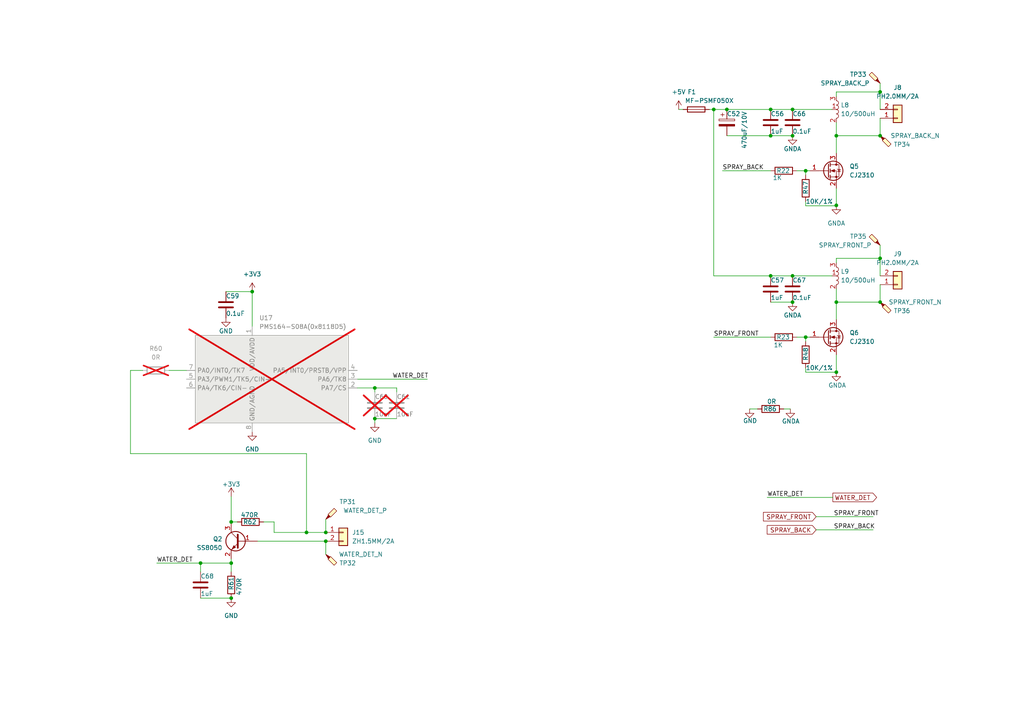
<source format=kicad_sch>
(kicad_sch (version 20231120) (generator "eeschema") (generator_version "8.0")
  (paper "A4")
  (lib_symbols
    (symbol "Connector:TestPoint_Probe" (pin_numbers hide) (pin_names (offset 0.762) hide)
      (property "Reference" "TP" (at 1.651 5.842 0))
      (property "Value" "TestPoint_Probe" (at 1.651 4.064 0))
      (symbol "TestPoint_Probe_0_1"
        (polyline (pts (xy 1.27 0.762) (xy 0 0) (xy 0.762 1.27) (xy 1.27 0.762)) (fill (type outline)))
        (polyline (pts (xy 1.397 0.635) (xy 0.635 1.397) (xy 2.413 3.175) (xy 3.175 2.413) (xy 1.397 0.635)) (fill (type background)))
      )
      (symbol "TestPoint_Probe_1_1"
        (pin passive line (at 0 0 90) (length 0) (name "1") (number "1"))
      )
    )
    (symbol "Connector_Generic:Conn_01x02" (pin_names (offset 1.016) hide)
      (property "Reference" "J" (at 0 2.54 0))
      (property "Value" "Conn_01x02" (at 0 -5.08 0))
      (symbol "Conn_01x02_1_1"
        (rectangle (start -1.27 -2.413) (end 0 -2.667) (stroke (width 0.1524)))
        (rectangle (start -1.27 0.127) (end 0 -0.127) (stroke (width 0.1524)))
        (rectangle (start -1.27 1.27) (end 1.27 -3.81) (stroke (width 0.254)) (fill (type background)))
        (pin passive line (at -5.08 0 0) (length 3.81) (name "Pin_1") (number "1"))
        (pin passive line (at -5.08 -2.54 0) (length 3.81) (name "Pin_2") (number "2"))
      )
    )
    (symbol "Device:C" (pin_numbers hide) (pin_names (offset 0.254))
      (property "Reference" "C" (at 0.635 2.54 0))
      (property "Value" "C" (at 0.635 -2.54 0))
      (symbol "C_0_1"
        (polyline (pts (xy -2.032 -0.762) (xy 2.032 -0.762)) (stroke (width 0.508)))
        (polyline (pts (xy -2.032 0.762) (xy 2.032 0.762)) (stroke (width 0.508)))
      )
      (symbol "C_1_1"
        (pin passive line (at 0 3.81 270) (length 2.794) (name "~") (number "1"))
        (pin passive line (at 0 -3.81 90) (length 2.794) (name "~") (number "2"))
      )
    )
    (symbol "Device:C_Polarized" (pin_numbers hide) (pin_names (offset 0.254))
      (property "Reference" "C" (at 0.635 2.54 0))
      (property "Value" "C_Polarized" (at 0.635 -2.54 0))
      (symbol "C_Polarized_0_1"
        (rectangle (start -2.286 0.508) (end 2.286 1.016))
        (polyline (pts (xy -1.778 2.286) (xy -0.762 2.286)))
        (polyline (pts (xy -1.27 2.794) (xy -1.27 1.778)))
        (rectangle (start 2.286 -0.508) (end -2.286 -1.016) (fill (type outline)))
      )
      (symbol "C_Polarized_1_1"
        (pin passive line (at 0 3.81 270) (length 2.794) (name "~") (number "1"))
        (pin passive line (at 0 -3.81 90) (length 2.794) (name "~") (number "2"))
      )
    )
    (symbol "Device:Fuse" (pin_numbers hide) (pin_names (offset 0))
      (property "Reference" "F" (at 2.032 0 90))
      (property "Value" "Fuse" (at -1.905 0 90))
      (symbol "Fuse_0_1"
        (rectangle (start -0.762 -2.54) (end 0.762 2.54) (stroke (width 0.254)))
        (polyline (pts (xy 0 2.54) (xy 0 -2.54)))
      )
      (symbol "Fuse_1_1"
        (pin passive line (at 0 3.81 270) (length 1.27) (name "~") (number "1"))
        (pin passive line (at 0 -3.81 90) (length 1.27) (name "~") (number "2"))
      )
    )
    (symbol "Device:Q_NMOS_GSD" (pin_names (offset 0) hide)
      (property "Reference" "Q" (at 5.08 1.27 0))
      (property "Value" "Q_NMOS_GSD" (at 5.08 -1.27 0))
      (symbol "Q_NMOS_GSD_0_1"
        (polyline (pts (xy 0.254 0) (xy -2.54 0)))
        (polyline (pts (xy 0.254 1.905) (xy 0.254 -1.905)) (stroke (width 0.254)))
        (polyline (pts (xy 0.762 -1.27) (xy 0.762 -2.286)) (stroke (width 0.254)))
        (polyline (pts (xy 0.762 0.508) (xy 0.762 -0.508)) (stroke (width 0.254)))
        (polyline (pts (xy 0.762 2.286) (xy 0.762 1.27)) (stroke (width 0.254)))
        (polyline (pts (xy 2.54 2.54) (xy 2.54 1.778)))
        (polyline (pts (xy 2.54 -2.54) (xy 2.54 0) (xy 0.762 0)))
        (polyline (pts (xy 0.762 -1.778) (xy 3.302 -1.778) (xy 3.302 1.778) (xy 0.762 1.778)))
        (polyline (pts (xy 1.016 0) (xy 2.032 0.381) (xy 2.032 -0.381) (xy 1.016 0)) (fill (type outline)))
        (polyline (pts (xy 2.794 0.508) (xy 2.921 0.381) (xy 3.683 0.381) (xy 3.81 0.254)))
        (polyline (pts (xy 3.302 0.381) (xy 2.921 -0.254) (xy 3.683 -0.254) (xy 3.302 0.381)))
        (circle (center 1.651 0) (radius 2.794) (stroke (width 0.254)))
        (circle (center 2.54 -1.778) (radius 0.254) (fill (type outline)))
        (circle (center 2.54 1.778) (radius 0.254) (fill (type outline)))
      )
      (symbol "Q_NMOS_GSD_1_1"
        (pin input line (at -5.08 0 0) (length 2.54) (name "G") (number "1"))
        (pin passive line (at 2.54 -5.08 90) (length 2.54) (name "S") (number "2"))
        (pin passive line (at 2.54 5.08 270) (length 2.54) (name "D") (number "3"))
      )
    )
    (symbol "Device:Q_NPN_BEC" (pin_names (offset 0) hide)
      (property "Reference" "Q" (at 5.08 1.27 0))
      (property "Value" "Q_NPN_BEC" (at 5.08 -1.27 0))
      (symbol "Q_NPN_BEC_0_1"
        (polyline (pts (xy 0.635 0.635) (xy 2.54 2.54)))
        (polyline (pts (xy 0.635 -0.635) (xy 2.54 -2.54) (xy 2.54 -2.54)))
        (polyline (pts (xy 0.635 1.905) (xy 0.635 -1.905) (xy 0.635 -1.905)) (stroke (width 0.508)))
        (polyline (pts (xy 1.27 -1.778) (xy 1.778 -1.27) (xy 2.286 -2.286) (xy 1.27 -1.778) (xy 1.27 -1.778)) (fill (type outline)))
        (circle (center 1.27 0) (radius 2.8194) (stroke (width 0.254)))
      )
      (symbol "Q_NPN_BEC_1_1"
        (pin input line (at -5.08 0 0) (length 5.715) (name "B") (number "1"))
        (pin passive line (at 2.54 -5.08 90) (length 2.54) (name "E") (number "2"))
        (pin passive line (at 2.54 5.08 270) (length 2.54) (name "C") (number "3"))
      )
    )
    (symbol "Device:R" (pin_numbers hide) (pin_names (offset 0))
      (property "Reference" "R" (at 2.032 0 90))
      (property "Value" "R" (at 0 0 90))
      (symbol "R_0_1"
        (rectangle (start -1.016 -2.54) (end 1.016 2.54) (stroke (width 0.254)))
      )
      (symbol "R_1_1"
        (pin passive line (at 0 3.81 270) (length 1.27) (name "~") (number "1"))
        (pin passive line (at 0 -3.81 90) (length 1.27) (name "~") (number "2"))
      )
    )
    (symbol "Ovo_Device:L_Coupled_1213" (pin_names hide)
      (property "Reference" "L" (at 2.54 2.54 0))
      (property "Value" "L_Coupled_1213" (at 10.16 0 0))
      (symbol "L_Coupled_1213_0_1"
        (arc (start 0 -2.54) (mid 0.6323 -1.905) (end 0 -1.27))
        (arc (start 0 -1.27) (mid 0.6323 -0.635) (end 0 0))
        (arc (start 0 0) (mid 0.6323 0.635) (end 0 1.27))
        (arc (start 0 1.27) (mid 0.6323 1.905) (end 0 2.54))
      )
      (symbol "L_Coupled_1213_1_1"
        (pin passive line (at -1.27 0 0) (length 1.27) (name "1") (number "1"))
        (pin passive line (at 0 -3.81 90) (length 1.27) (name "2") (number "2"))
        (pin passive line (at 0 3.81 270) (length 1.27) (name "3") (number "3"))
      )
    )
    (symbol "Ovo_MCU_Padauk:PMS161-S08A"
      (property "Reference" "U1" (at 2.0194 17.78 0))
      (property "Value" "PMS164-S08A" (at 2.0194 15.24 0))
      (symbol "PMS161-S08A_0_1"
        (rectangle (start -16.51 12.7) (end 27.94 -12.7) (fill (type background)))
      )
      (symbol "PMS161-S08A_1_1"
        (pin power_in line (at 0 15.24 270) (length 2.54) (name "VDD/AVDD") (number "1"))
        (pin bidirectional line (at 30.48 -2.54 180) (length 2.54) (name "PA7/CS") (number "2"))
        (pin bidirectional line (at 30.48 0 180) (length 2.54) (name "PA6/TK8") (number "3"))
        (pin bidirectional line (at 30.48 2.54 180) (length 2.54) (name "PA5/INT0/PRSTB/VPP") (number "4"))
        (pin bidirectional line (at -19.05 0 0) (length 2.54) (name "PA3/PWM1/TK5/CIN-") (number "5"))
        (pin bidirectional line (at -19.05 -2.54 0) (length 2.54) (name "PA4/TK6/CIN-") (number "6"))
        (pin bidirectional line (at -19.05 2.54 0) (length 2.54) (name "PA0/INT0/TK7") (number "7"))
        (pin power_in line (at 0 -15.24 90) (length 2.54) (name "GND/AGND") (number "8"))
      )
    )
    (symbol "power:+3V3" (power) (pin_names (offset 0))
      (property "Value" "+3V3" (at 0 3.556 0))
      (symbol "+3V3_0_1"
        (polyline (pts (xy -0.762 1.27) (xy 0 2.54)))
        (polyline (pts (xy 0 0) (xy 0 2.54)))
        (polyline (pts (xy 0 2.54) (xy 0.762 1.27)))
      )
      (symbol "+3V3_1_1"
        (pin power_in line (at 0 0 90) (length 0) hide (name "+3V3") (number "1"))
      )
    )
    (symbol "power:+5V" (power) (pin_names (offset 0))
      (property "Value" "+5V" (at 0 3.556 0))
      (symbol "+5V_0_1"
        (polyline (pts (xy -0.762 1.27) (xy 0 2.54)))
        (polyline (pts (xy 0 0) (xy 0 2.54)))
        (polyline (pts (xy 0 2.54) (xy 0.762 1.27)))
      )
      (symbol "+5V_1_1"
        (pin power_in line (at 0 0 90) (length 0) hide (name "+5V") (number "1"))
      )
    )
    (symbol "power:GND" (power) (pin_names (offset 0))
      (property "Value" "GND" (at 0 -3.81 0))
      (symbol "GND_0_1"
        (polyline (pts (xy 0 0) (xy 0 -1.27) (xy 1.27 -1.27) (xy 0 -2.54) (xy -1.27 -1.27) (xy 0 -1.27)))
      )
      (symbol "GND_1_1"
        (pin power_in line (at 0 0 270) (length 0) hide (name "GND") (number "1"))
      )
    )
    (symbol "power:GNDA" (power) (pin_names (offset 0))
      (property "Value" "GNDA" (at 0 -3.81 0))
      (symbol "GNDA_0_1"
        (polyline (pts (xy 0 0) (xy 0 -1.27) (xy 1.27 -1.27) (xy 0 -2.54) (xy -1.27 -1.27) (xy 0 -1.27)))
      )
      (symbol "GNDA_1_1"
        (pin power_in line (at 0 0 270) (length 0) hide (name "GNDA") (number "1"))
      )
    )
  )
  (junction (at 242.57 87.63))
  (junction (at 229.87 31.75))
  (junction (at 108.712 121.412))
  (junction (at 223.52 39.37))
  (junction (at 229.87 87.63))
  (junction (at 242.57 39.37))
  (junction (at 94.488 154.432))
  (junction (at 73.152 84.582))
  (junction (at 242.57 59.563))
  (junction (at 108.712 112.522))
  (junction (at 67.056 163.322))
  (junction (at 233.68 49.53))
  (junction (at 94.488 156.972))
  (junction (at 67.056 173.482))
  (junction (at 207.01 31.75))
  (junction (at 58.166 163.322))
  (junction (at 233.68 97.79))
  (junction (at 223.52 31.75))
  (junction (at 229.87 80.01))
  (junction (at 255.27 26.67))
  (junction (at 255.27 87.63))
  (junction (at 67.056 151.384))
  (junction (at 223.52 80.01))
  (junction (at 88.9 154.432))
  (junction (at 210.82 31.75))
  (junction (at 242.57 107.95))
  (junction (at 229.87 39.37))
  (junction (at 255.27 39.37))
  (junction (at 255.27 74.93))
  (wire (pts (xy 210.82 31.75) (xy 223.52 31.75)))
  (wire (pts (xy 67.056 151.384) (xy 67.056 151.892)))
  (wire (pts (xy 115.062 113.792) (xy 115.062 112.522)))
  (wire (pts (xy 242.57 39.37) (xy 242.57 44.45)))
  (wire (pts (xy 37.846 131.572) (xy 88.9 131.572)))
  (wire (pts (xy 108.712 113.792) (xy 108.712 112.522)))
  (wire (pts (xy 205.74 31.75) (xy 207.01 31.75)))
  (wire (pts (xy 231.14 97.79) (xy 233.68 97.79)))
  (wire (pts (xy 233.68 49.53) (xy 233.68 50.8)))
  (wire (pts (xy 58.166 173.482) (xy 67.056 173.482)))
  (wire (pts (xy 65.532 84.582) (xy 73.152 84.582)))
  (wire (pts (xy 233.68 97.79) (xy 234.95 97.79)))
  (wire (pts (xy 223.52 87.63) (xy 229.87 87.63)))
  (wire (pts (xy 196.85 31.75) (xy 198.12 31.75)))
  (wire (pts (xy 210.82 39.37) (xy 223.52 39.37)))
  (wire (pts (xy 231.14 49.53) (xy 233.68 49.53)))
  (wire (pts (xy 242.57 35.56) (xy 242.57 39.37)))
  (wire (pts (xy 108.712 121.412) (xy 115.062 121.412)))
  (wire (pts (xy 37.846 107.442) (xy 37.846 131.572)))
  (wire (pts (xy 236.728 149.86) (xy 253.238 149.86)))
  (wire (pts (xy 223.52 31.75) (xy 229.87 31.75)))
  (wire (pts (xy 74.676 156.972) (xy 94.488 156.972)))
  (wire (pts (xy 88.9 131.572) (xy 88.9 154.432)))
  (wire (pts (xy 233.68 107.95) (xy 233.68 106.68)))
  (wire (pts (xy 255.27 71.12) (xy 255.27 74.93)))
  (wire (pts (xy 233.68 59.69) (xy 233.68 58.42)))
  (wire (pts (xy 94.488 150.622) (xy 94.488 154.432)))
  (wire (pts (xy 79.502 154.432) (xy 79.502 151.384)))
  (wire (pts (xy 255.27 34.29) (xy 255.27 39.37)))
  (wire (pts (xy 209.55 49.53) (xy 223.52 49.53)))
  (wire (pts (xy 217.424 118.618) (xy 219.71 118.618)))
  (wire (pts (xy 223.52 80.01) (xy 229.87 80.01)))
  (wire (pts (xy 58.166 163.322) (xy 58.166 165.862)))
  (wire (pts (xy 223.52 39.37) (xy 229.87 39.37)))
  (wire (pts (xy 108.712 122.682) (xy 108.712 121.412)))
  (wire (pts (xy 37.846 107.442) (xy 41.402 107.442)))
  (wire (pts (xy 58.166 163.322) (xy 67.056 163.322)))
  (wire (pts (xy 255.27 26.67) (xy 255.27 31.75)))
  (wire (pts (xy 207.01 80.01) (xy 223.52 80.01)))
  (wire (pts (xy 88.9 154.432) (xy 79.502 154.432)))
  (wire (pts (xy 207.01 31.75) (xy 210.82 31.75)))
  (wire (pts (xy 222.504 144.272) (xy 241.554 144.272)))
  (wire (pts (xy 242.57 107.95) (xy 233.68 107.95)))
  (wire (pts (xy 73.152 84.582) (xy 73.152 94.742)))
  (wire (pts (xy 242.57 59.69) (xy 233.68 59.69)))
  (wire (pts (xy 49.022 107.442) (xy 54.102 107.442)))
  (wire (pts (xy 242.57 74.93) (xy 255.27 74.93)))
  (wire (pts (xy 255.27 87.63) (xy 242.57 87.63)))
  (wire (pts (xy 207.01 31.75) (xy 207.01 80.01)))
  (wire (pts (xy 67.056 144.018) (xy 67.056 151.384)))
  (wire (pts (xy 242.57 107.95) (xy 242.57 102.87)))
  (wire (pts (xy 255.27 82.55) (xy 255.27 87.63)))
  (wire (pts (xy 45.466 163.322) (xy 58.166 163.322)))
  (wire (pts (xy 229.235 118.618) (xy 227.33 118.618)))
  (wire (pts (xy 115.062 112.522) (xy 108.712 112.522)))
  (wire (pts (xy 67.056 151.384) (xy 68.834 151.384)))
  (wire (pts (xy 236.728 153.67) (xy 253.238 153.67)))
  (wire (pts (xy 242.57 26.67) (xy 242.57 27.94)))
  (wire (pts (xy 88.9 154.432) (xy 94.488 154.432)))
  (wire (pts (xy 229.87 31.75) (xy 241.3 31.75)))
  (wire (pts (xy 242.57 87.63) (xy 242.57 92.71)))
  (wire (pts (xy 255.27 74.93) (xy 255.27 80.01)))
  (wire (pts (xy 255.27 39.37) (xy 242.57 39.37)))
  (wire (pts (xy 108.712 112.522) (xy 103.632 112.522)))
  (wire (pts (xy 229.87 80.01) (xy 241.3 80.01)))
  (wire (pts (xy 67.056 162.052) (xy 67.056 163.322)))
  (wire (pts (xy 242.57 26.67) (xy 255.27 26.67)))
  (wire (pts (xy 207.01 97.79) (xy 223.52 97.79)))
  (wire (pts (xy 242.57 74.93) (xy 242.57 76.2)))
  (wire (pts (xy 242.57 59.563) (xy 242.57 54.61)))
  (wire (pts (xy 233.68 97.79) (xy 233.68 99.06)))
  (wire (pts (xy 79.502 151.384) (xy 76.454 151.384)))
  (wire (pts (xy 103.632 109.982) (xy 123.952 109.982)))
  (wire (pts (xy 255.27 24.13) (xy 255.27 26.67)))
  (wire (pts (xy 94.488 156.972) (xy 94.488 160.782)))
  (wire (pts (xy 242.57 83.82) (xy 242.57 87.63)))
  (wire (pts (xy 67.056 163.322) (xy 67.056 165.862)))
  (wire (pts (xy 233.68 49.53) (xy 234.95 49.53)))
  (wire (pts (xy 242.57 59.69) (xy 242.57 59.563)))
  (label "SPRAY_FRONT" (at 241.808 149.86 0))
  (label "SPRAY_BACK" (at 241.808 153.67 0))
  (label "SPRAY_FRONT" (at 207.01 97.79 0))
  (label "SPRAY_BACK" (at 209.55 49.53 0))
  (label "WATER_DET" (at 222.504 144.272 0))
  (label "WATER_DET" (at 45.466 163.322 0))
  (label "WATER_DET" (at 113.792 109.982 0))
  (global_label "SPRAY_BACK" (shape input) (at 236.728 153.67 180) (property "Intersheetrefs" "${INTERSHEET_REFS}" (effects (hide yes))))
  (global_label "WATER_DET" (shape output) (at 241.554 144.272 0) (property "Intersheetrefs" "${INTERSHEET_REFS}" (effects (hide yes))))
  (global_label "SPRAY_FRONT" (shape input) (at 236.728 149.86 180) (property "Intersheetrefs" "${INTERSHEET_REFS}" (effects (hide yes))))
  (symbol (lib_id "Device:Fuse") (at 201.93 31.75 90) (unit 1)
    (property "Reference" "F1" (at 200.66 26.67 90))
    (property "Value" "MF-PSMF050X" (at 205.74 29.21 90))
    (property "Footprint" "Fuse:Fuse_0805_2012Metric" (effects (hide yes)))
  )
  (symbol (lib_id "power:GND") (at 108.712 122.682 0) (unit 1)
    (property "Reference" "#PWR0195" (effects (hide yes)))
    (property "Value" "GND" (at 108.712 127.762 0))
  )
  (symbol (lib_id "power:GNDA") (at 242.57 107.95 0) (unit 1)
    (property "Reference" "#PWR014" (effects (hide yes)))
    (property "Value" "GNDA" (at 242.824 111.76 0))
  )
  (symbol (lib_id "Connector_Generic:Conn_01x02") (at 260.35 82.55 0) (mirror x) (unit 1)
    (property "Reference" "J9" (at 260.35 73.66 0))
    (property "Value" "PH2.0MM/2A" (at 260.35 76.2 0))
    (property "Footprint" "Connector_JST:JST_PH_B2B-PH-K_1x02_P2.00mm_Vertical" (effects (hide yes)))
  )
  (symbol (lib_id "Device:R") (at 67.056 169.672 0) (unit 1)
    (property "Reference" "R61" (at 67.056 171.196 90) (effects (justify left)))
    (property "Value" "470R" (at 69.342 172.72 90) (effects (justify left)))
    (property "Footprint" "Resistor_SMD:R_0603_1608Metric" (effects (hide yes)))
  )
  (symbol (lib_id "power:GNDA") (at 229.87 87.63 0) (unit 1)
    (property "Reference" "#PWR015" (effects (hide yes)))
    (property "Value" "GNDA" (at 229.87 91.44 0))
  )
  (symbol (lib_id "power:GNDA") (at 229.235 118.618 0) (unit 1)
    (property "Reference" "#PWR016" (effects (hide yes)))
    (property "Value" "GNDA" (at 229.362 122.174 0))
  )
  (symbol (lib_id "power:+5V") (at 196.85 31.75 0) (unit 1)
    (property "Reference" "#PWR0187" (effects (hide yes)))
    (property "Value" "+5V" (at 196.85 26.67 0))
  )
  (symbol (lib_id "power:+3V3") (at 73.152 84.582 0) (unit 1)
    (property "Reference" "#PWR0202" (effects (hide yes)))
    (property "Value" "+3V3" (at 73.152 79.502 0))
  )
  (symbol (lib_id "Device:C") (at 115.062 117.602 0) (unit 1) (in_bom no) (dnp yes)
    (property "Reference" "C61" (at 115.062 115.062 0) (effects (justify left)))
    (property "Value" "10nF" (at 115.062 120.142 0) (effects (justify left)))
    (property "Footprint" "Capacitor_SMD:C_0603_1608Metric" (effects (hide yes)))
  )
  (symbol (lib_id "power:GND") (at 73.152 125.222 0) (unit 1)
    (property "Reference" "#PWR0196" (effects (hide yes)))
    (property "Value" "GND" (at 73.152 130.302 0))
  )
  (symbol (lib_id "Device:C") (at 108.712 117.602 0) (unit 1) (in_bom no) (dnp yes)
    (property "Reference" "C60" (at 108.712 115.062 0) (effects (justify left)))
    (property "Value" "10nF" (at 108.712 120.142 0) (effects (justify left)))
    (property "Footprint" "Capacitor_SMD:C_0603_1608Metric" (effects (hide yes)))
  )
  (symbol (lib_id "Device:Q_NMOS_GSD") (at 240.03 97.79 0) (unit 1)
    (property "Reference" "Q6" (at 246.38 96.5199 0) (effects (justify left)))
    (property "Value" "CJ2310" (at 246.38 99.0599 0) (effects (justify left)))
    (property "Footprint" "Package_TO_SOT_SMD:SOT-23" (effects (hide yes)))
  )
  (symbol (lib_id "Device:R") (at 233.68 54.61 0) (unit 1)
    (property "Reference" "R47" (at 233.68 56.388 90) (effects (justify left)))
    (property "Value" "10K/1%" (at 233.68 58.42 0) (effects (justify left)))
    (property "Footprint" "Resistor_SMD:R_0603_1608Metric" (effects (hide yes)))
  )
  (symbol (lib_id "Device:C_Polarized") (at 210.82 35.56 0) (unit 1)
    (property "Reference" "C52" (at 210.82 33.02 0) (effects (justify left)))
    (property "Value" "470uF/10V" (at 215.9 43.18 90) (effects (justify left)))
    (property "Footprint" "Capacitor_THT:CP_Radial_D6.3mm_P2.50mm" (effects (hide yes)))
  )
  (symbol (lib_id "Connector:TestPoint_Probe") (at 255.27 24.13 90) (unit 1)
    (property "Reference" "TP33" (at 248.92 21.59 90))
    (property "Value" "SPRAY_BACK_P" (at 245.11 24.13 90))
    (property "Footprint" "TestPoint:TestPoint_Pad_D1.0mm" (effects (hide yes)))
  )
  (symbol (lib_id "power:GNDA") (at 229.87 39.37 0) (unit 1)
    (property "Reference" "#PWR013" (effects (hide yes)))
    (property "Value" "GNDA" (at 229.87 43.18 0))
  )
  (symbol (lib_id "Connector:TestPoint_Probe") (at 255.27 71.12 90) (unit 1)
    (property "Reference" "TP35" (at 248.92 68.58 90))
    (property "Value" "SPRAY_FRONT_P" (at 245.11 71.12 90))
    (property "Footprint" "TestPoint:TestPoint_Pad_D1.0mm" (effects (hide yes)))
  )
  (symbol (lib_id "Ovo_Device:L_Coupled_1213") (at 242.57 80.01 0) (unit 1)
    (property "Reference" "L9" (at 243.84 78.7399 0) (effects (justify left)))
    (property "Value" "10/500uH" (at 243.84 81.2799 0) (effects (justify left)))
    (property "Footprint" "Ovo_Inductor_Boost:L_WLJ_CD0805" (effects (hide yes)))
  )
  (symbol (lib_id "Device:C") (at 223.52 83.82 0) (unit 1)
    (property "Reference" "C57" (at 223.52 81.28 0) (effects (justify left)))
    (property "Value" "1uF" (at 223.52 86.36 0) (effects (justify left)))
    (property "Footprint" "Capacitor_SMD:C_0603_1608Metric" (effects (hide yes)))
  )
  (symbol (lib_id "Device:R") (at 227.33 97.79 90) (unit 1)
    (property "Reference" "R23" (at 229.108 97.79 90) (effects (justify left)))
    (property "Value" "1K" (at 227.076 100.076 90) (effects (justify left)))
    (property "Footprint" "Resistor_SMD:R_0603_1608Metric" (effects (hide yes)))
  )
  (symbol (lib_id "power:GND") (at 67.056 173.482 0) (unit 1)
    (property "Reference" "#PWR0193" (effects (hide yes)))
    (property "Value" "GND" (at 67.056 178.562 0))
  )
  (symbol (lib_id "Device:C") (at 229.87 83.82 0) (unit 1)
    (property "Reference" "C67" (at 229.87 81.28 0) (effects (justify left)))
    (property "Value" "0.1uF" (at 229.87 86.36 0) (effects (justify left)))
    (property "Footprint" "Capacitor_SMD:C_0603_1608Metric" (effects (hide yes)))
  )
  (symbol (lib_id "Device:Q_NMOS_GSD") (at 240.03 49.53 0) (unit 1)
    (property "Reference" "Q5" (at 246.38 48.2599 0) (effects (justify left)))
    (property "Value" "CJ2310" (at 246.38 50.7999 0) (effects (justify left)))
    (property "Footprint" "Package_TO_SOT_SMD:SOT-23" (effects (hide yes)))
  )
  (symbol (lib_id "power:+3V3") (at 67.056 144.018 0) (unit 1)
    (property "Reference" "#PWR0194" (effects (hide yes)))
    (property "Value" "+3V3" (at 67.056 140.462 0))
  )
  (symbol (lib_id "Device:R") (at 227.33 49.53 90) (unit 1)
    (property "Reference" "R22" (at 229.108 49.53 90) (effects (justify left)))
    (property "Value" "1K" (at 226.822 51.562 90) (effects (justify left)))
    (property "Footprint" "Resistor_SMD:R_0603_1608Metric" (effects (hide yes)))
  )
  (symbol (lib_id "power:GND") (at 65.532 92.202 0) (unit 1)
    (property "Reference" "#PWR0197" (effects (hide yes)))
    (property "Value" "GND" (at 65.532 96.012 0))
  )
  (symbol (lib_id "Connector:TestPoint_Probe") (at 94.488 160.782 270) (unit 1)
    (property "Reference" "TP32" (at 100.838 163.322 90))
    (property "Value" "WATER_DET_N" (at 104.648 160.782 90))
    (property "Footprint" "TestPoint:TestPoint_Pad_D1.0mm" (effects (hide yes)))
  )
  (symbol (lib_id "Device:C") (at 229.87 35.56 0) (unit 1)
    (property "Reference" "C66" (at 229.87 33.02 0) (effects (justify left)))
    (property "Value" "0.1uF" (at 229.87 38.1 0) (effects (justify left)))
    (property "Footprint" "Capacitor_SMD:C_0603_1608Metric" (effects (hide yes)))
  )
  (symbol (lib_id "Device:C") (at 223.52 35.56 0) (unit 1)
    (property "Reference" "C56" (at 223.52 33.02 0) (effects (justify left)))
    (property "Value" "1uF" (at 223.52 38.1 0) (effects (justify left)))
    (property "Footprint" "Capacitor_SMD:C_0603_1608Metric" (effects (hide yes)))
  )
  (symbol (lib_id "Connector_Generic:Conn_01x02") (at 99.568 154.432 0) (unit 1)
    (property "Reference" "J15" (at 102.108 154.4319 0) (effects (justify left)))
    (property "Value" "ZH1.5MM/2A" (at 102.108 156.9719 0) (effects (justify left)))
    (property "Footprint" "Ovo_Connector_JST:JST_ZH_B02B-ZR_1x02_P1.50mm_Vertical" (effects (hide yes)))
  )
  (symbol (lib_id "Connector_Generic:Conn_01x02") (at 260.35 34.29 0) (mirror x) (unit 1)
    (property "Reference" "J8" (at 260.35 25.4 0))
    (property "Value" "PH2.0MM/2A" (at 260.35 27.94 0))
    (property "Footprint" "Connector_JST:JST_PH_B2B-PH-K_1x02_P2.00mm_Vertical" (effects (hide yes)))
  )
  (symbol (lib_id "power:GNDA") (at 242.57 59.563 0) (unit 1)
    (property "Reference" "#PWR012" (effects (hide yes)))
    (property "Value" "GNDA" (at 242.57 64.77 0))
  )
  (symbol (lib_id "Ovo_Device:L_Coupled_1213") (at 242.57 31.75 0) (unit 1)
    (property "Reference" "L8" (at 243.84 30.4799 0) (effects (justify left)))
    (property "Value" "10/500uH" (at 243.84 33.0199 0) (effects (justify left)))
    (property "Footprint" "Ovo_Inductor_Boost:L_WLJ_CD0805" (effects (hide yes)))
  )
  (symbol (lib_id "Device:R") (at 72.644 151.384 90) (unit 1)
    (property "Reference" "R62" (at 74.422 151.384 90) (effects (justify left)))
    (property "Value" "470R" (at 74.93 149.352 90) (effects (justify left)))
    (property "Footprint" "Resistor_SMD:R_0603_1608Metric" (effects (hide yes)))
  )
  (symbol (lib_id "Device:R") (at 223.52 118.618 90) (unit 1)
    (property "Reference" "R86" (at 225.298 118.618 90) (effects (justify left)))
    (property "Value" "0R" (at 225.171 116.459 90) (effects (justify left)))
    (property "Footprint" "Resistor_SMD:R_0805_2012Metric" (effects (hide yes)))
  )
  (symbol (lib_id "power:GND") (at 217.424 118.618 0) (unit 1)
    (property "Reference" "#PWR017" (effects (hide yes)))
    (property "Value" "GND" (at 217.551 122.047 0))
  )
  (symbol (lib_id "Device:C") (at 58.166 169.672 0) (unit 1)
    (property "Reference" "C68" (at 58.166 167.132 0) (effects (justify left)))
    (property "Value" "1uF" (at 58.166 172.212 0) (effects (justify left)))
    (property "Footprint" "Capacitor_SMD:C_0603_1608Metric" (effects (hide yes)))
  )
  (symbol (lib_id "Device:R") (at 45.212 107.442 90) (unit 1) (in_bom no) (dnp yes)
    (property "Reference" "R60" (at 45.212 101.092 90))
    (property "Value" "0R" (at 45.212 103.632 90))
    (property "Footprint" "Resistor_SMD:R_0603_1608Metric" (effects (hide yes)))
  )
  (symbol (lib_id "Device:C") (at 65.532 88.392 0) (unit 1)
    (property "Reference" "C59" (at 65.532 85.852 0) (effects (justify left)))
    (property "Value" "0.1uF" (at 65.532 90.932 0) (effects (justify left)))
    (property "Footprint" "Capacitor_SMD:C_0603_1608Metric" (effects (hide yes)))
  )
  (symbol (lib_id "Connector:TestPoint_Probe") (at 94.488 150.622 0) (unit 1)
    (property "Reference" "TP31" (at 100.838 145.542 0))
    (property "Value" "WATER_DET_P" (at 105.918 148.082 0))
    (property "Footprint" "TestPoint:TestPoint_Pad_D1.0mm" (effects (hide yes)))
  )
  (symbol (lib_id "Connector:TestPoint_Probe") (at 255.27 87.63 270) (unit 1)
    (property "Reference" "TP36" (at 261.62 90.17 90))
    (property "Value" "SPRAY_FRONT_N" (at 265.43 87.63 90))
    (property "Footprint" "TestPoint:TestPoint_Pad_D1.0mm" (effects (hide yes)))
  )
  (symbol (lib_id "Connector:TestPoint_Probe") (at 255.27 39.37 270) (unit 1)
    (property "Reference" "TP34" (at 261.62 41.91 90))
    (property "Value" "SPRAY_BACK_N" (at 265.43 39.37 90))
    (property "Footprint" "TestPoint:TestPoint_Pad_D1.0mm" (effects (hide yes)))
  )
  (symbol (lib_id "Ovo_MCU_Padauk:PMS161-S08A") (at 73.152 109.982 0) (unit 1) (in_bom no) (dnp yes)
    (property "Reference" "U17" (at 75.1714 92.202 0) (effects (justify left)))
    (property "Value" "PMS164-S08A(0x8118D5)" (at 75.1714 94.742 0) (effects (justify left)))
    (property "Footprint" "Package_SO:SOIC-8_3.9x4.9mm_P1.27mm" (effects (hide yes)))
  )
  (symbol (lib_id "Device:R") (at 233.68 102.87 0) (unit 1)
    (property "Reference" "R48" (at 233.68 104.648 90) (effects (justify left)))
    (property "Value" "10K/1%" (at 233.68 106.68 0) (effects (justify left)))
    (property "Footprint" "Resistor_SMD:R_0603_1608Metric" (effects (hide yes)))
  )
  (symbol (lib_id "Device:Q_NPN_BEC") (at 69.596 156.972 0) (mirror y) (unit 1)
    (property "Reference" "Q2" (at 64.516 156.337 0) (effects (justify left)))
    (property "Value" "SS8050" (at 64.516 158.877 0) (effects (justify left)))
    (property "Footprint" "Package_TO_SOT_SMD:SOT-23" (effects (hide yes)))
  )
)
</source>
